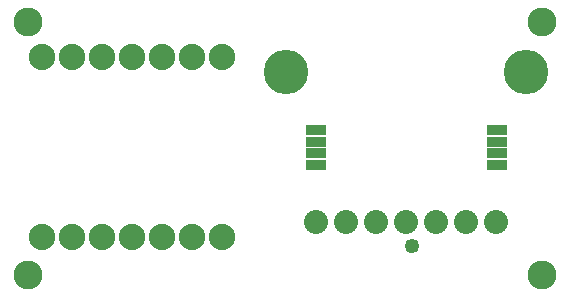
<source format=gts>
G04 MADE WITH FRITZING*
G04 WWW.FRITZING.ORG*
G04 DOUBLE SIDED*
G04 HOLES PLATED*
G04 CONTOUR ON CENTER OF CONTOUR VECTOR*
%ASAXBY*%
%FSLAX23Y23*%
%MOIN*%
%OFA0B0*%
%SFA1.0B1.0*%
%ADD10C,0.148425*%
%ADD11C,0.080000*%
%ADD12C,0.088000*%
%ADD13C,0.049370*%
%ADD14C,0.096614*%
%ADD15R,0.071024X0.033622*%
%LNMASK1*%
G90*
G70*
G54D10*
X948Y746D03*
G54D11*
X1048Y246D03*
X1148Y246D03*
G54D10*
X1748Y746D03*
G54D11*
X1248Y246D03*
X1348Y246D03*
X1448Y246D03*
X1548Y246D03*
X1648Y246D03*
G54D12*
X134Y196D03*
X234Y196D03*
X334Y196D03*
X434Y196D03*
X534Y196D03*
X634Y196D03*
X734Y196D03*
X734Y797D03*
X634Y797D03*
X534Y797D03*
X434Y797D03*
X334Y797D03*
X234Y797D03*
X134Y797D03*
G54D13*
X1366Y167D03*
G54D14*
X87Y69D03*
X1799Y69D03*
X1799Y915D03*
X87Y915D03*
G54D15*
X1649Y437D03*
X1649Y476D03*
X1649Y515D03*
X1649Y555D03*
X1047Y555D03*
X1047Y515D03*
X1047Y476D03*
X1047Y437D03*
G04 End of Mask1*
M02*
</source>
